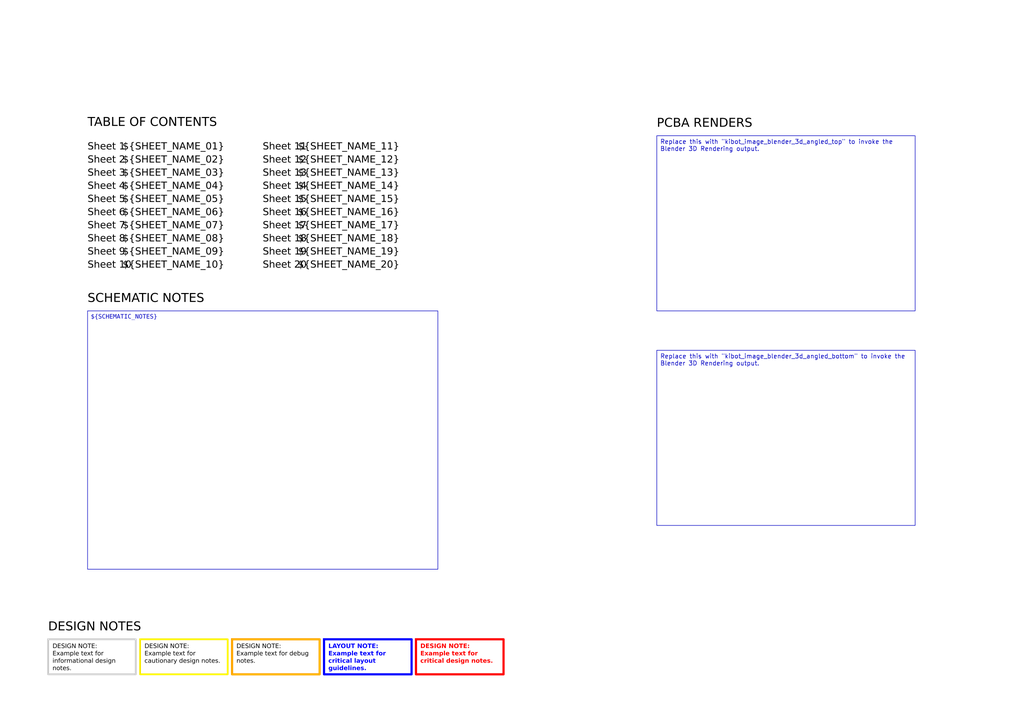
<source format=kicad_sch>
(kicad_sch
	(version 20250114)
	(generator "eeschema")
	(generator_version "9.0")
	(uuid "8bfb0b6c-9e3a-4761-bc1e-4eb40915aa0b")
	(paper "A4")
	(title_block
		(title "Title Page")
		(date "${RELEASE_DATE}")
		(rev "${REVISION}")
		(company "${COMPANY}")
	)
	(lib_symbols)
	(text "${SHEET_NAME_11}"
		(exclude_from_sim no)
		(at 86.36 44.45 0)
		(effects
			(font
				(face "Arial Narrow")
				(size 2.032 2.032)
				(color 0 0 0 1)
			)
			(justify left bottom)
			(href "#11")
		)
		(uuid "07b17941-5203-45fd-9bf5-869029f2918b")
	)
	(text "Sheet 20"
		(exclude_from_sim no)
		(at 76.2 78.74 0)
		(effects
			(font
				(face "Arial Narrow")
				(size 2.032 2.032)
				(color 0 0 0 1)
			)
			(justify left bottom)
			(href "#20")
		)
		(uuid "14b92651-4c98-49cc-b701-061efd650be6")
	)
	(text "${SHEET_NAME_10}"
		(exclude_from_sim no)
		(at 35.56 78.74 0)
		(effects
			(font
				(face "Arial Narrow")
				(size 2.032 2.032)
				(color 0 0 0 1)
			)
			(justify left bottom)
			(href "#10")
		)
		(uuid "16a2336d-90de-4e2f-93d8-21e2703f0a5e")
	)
	(text "Sheet 4"
		(exclude_from_sim no)
		(at 25.4 55.88 0)
		(effects
			(font
				(face "Arial Narrow")
				(size 2.032 2.032)
				(color 0 0 0 1)
			)
			(justify left bottom)
			(href "#4")
		)
		(uuid "1a1df999-6f42-488d-9515-537e1d9ec823")
	)
	(text "DESIGN NOTES"
		(exclude_from_sim no)
		(at 13.97 184.15 0)
		(effects
			(font
				(face "Arial Narrow")
				(size 2.54 2.54)
				(color 0 0 0 1)
			)
			(justify left bottom)
		)
		(uuid "1d4a31e9-3e9d-49f9-ab05-35cee528d5af")
	)
	(text "Sheet 18"
		(exclude_from_sim no)
		(at 76.2 71.12 0)
		(effects
			(font
				(face "Arial Narrow")
				(size 2.032 2.032)
				(color 0 0 0 1)
			)
			(justify left bottom)
			(href "#18")
		)
		(uuid "22d7f7b5-df2c-4cdd-8b4a-5b989d21376c")
	)
	(text "${SHEET_NAME_18}"
		(exclude_from_sim no)
		(at 86.36 71.12 0)
		(effects
			(font
				(face "Arial Narrow")
				(size 2.032 2.032)
				(color 0 0 0 1)
			)
			(justify left bottom)
			(href "#18")
		)
		(uuid "25659fbe-5282-4a29-815e-3ef2e27bcd58")
	)
	(text "${SHEET_NAME_08}"
		(exclude_from_sim no)
		(at 35.56 71.12 0)
		(effects
			(font
				(face "Arial Narrow")
				(size 2.032 2.032)
				(color 0 0 0 1)
			)
			(justify left bottom)
			(href "#8")
		)
		(uuid "2bf644fa-1f52-4c60-863e-29b18d4919ec")
	)
	(text "${SHEET_NAME_17}"
		(exclude_from_sim no)
		(at 86.36 67.31 0)
		(effects
			(font
				(face "Arial Narrow")
				(size 2.032 2.032)
				(color 0 0 0 1)
			)
			(justify left bottom)
			(href "#17")
		)
		(uuid "34d21295-3fbb-4e3d-97b2-14e1ffce8dd2")
	)
	(text "Sheet 19"
		(exclude_from_sim no)
		(at 76.2 74.93 0)
		(effects
			(font
				(face "Arial Narrow")
				(size 2.032 2.032)
				(color 0 0 0 1)
			)
			(justify left bottom)
			(href "#19")
		)
		(uuid "4787629f-351c-47c8-840d-4ba3fdfe9b9a")
	)
	(text "Sheet 16"
		(exclude_from_sim no)
		(at 76.2 63.5 0)
		(effects
			(font
				(face "Arial Narrow")
				(size 2.032 2.032)
				(color 0 0 0 1)
			)
			(justify left bottom)
			(href "#16")
		)
		(uuid "4d9bda3e-709f-4d72-9628-687c72e84a07")
	)
	(text "${SHEET_NAME_14}"
		(exclude_from_sim no)
		(at 86.36 55.88 0)
		(effects
			(font
				(face "Arial Narrow")
				(size 2.032 2.032)
				(color 0 0 0 1)
			)
			(justify left bottom)
			(href "#14")
		)
		(uuid "5daeb444-87e9-4c99-984f-34b2d16949ee")
	)
	(text "TABLE OF CONTENTS"
		(exclude_from_sim no)
		(at 25.4 37.846 0)
		(effects
			(font
				(face "Arial Narrow")
				(size 2.54 2.54)
				(color 0 0 0 1)
			)
			(justify left bottom)
		)
		(uuid "64e82ea8-c833-47b2-952c-20433a984005")
	)
	(text "Sheet 11"
		(exclude_from_sim no)
		(at 76.2 44.45 0)
		(effects
			(font
				(face "Arial Narrow")
				(size 2.032 2.032)
				(color 0 0 0 1)
			)
			(justify left bottom)
			(href "#11")
		)
		(uuid "69ffe358-203f-447c-bb7a-dfd8b5952bb2")
	)
	(text "SCHEMATIC NOTES"
		(exclude_from_sim no)
		(at 25.4 88.9 0)
		(effects
			(font
				(face "Arial Narrow")
				(size 2.54 2.54)
				(color 0 0 0 1)
			)
			(justify left bottom)
		)
		(uuid "6b4c1c9c-5583-4506-a856-7585e964a9aa")
	)
	(text "Sheet 9"
		(exclude_from_sim no)
		(at 25.4 74.93 0)
		(effects
			(font
				(face "Arial Narrow")
				(size 2.032 2.032)
				(color 0 0 0 1)
			)
			(justify left bottom)
			(href "#9")
		)
		(uuid "6caf5434-4a54-43a2-ba2e-6f2d9dc3d48c")
	)
	(text "${SHEET_NAME_05}"
		(exclude_from_sim no)
		(at 35.56 59.69 0)
		(effects
			(font
				(face "Arial Narrow")
				(size 2.032 2.032)
				(color 0 0 0 1)
			)
			(justify left bottom)
			(href "#5")
		)
		(uuid "771adef3-abde-471a-b781-f095d5eb34c9")
	)
	(text "${SHEET_NAME_15}"
		(exclude_from_sim no)
		(at 86.36 59.69 0)
		(effects
			(font
				(face "Arial Narrow")
				(size 2.032 2.032)
				(color 0 0 0 1)
			)
			(justify left bottom)
			(href "#15")
		)
		(uuid "788e141e-7d17-49b0-9da0-ef00b74f2c7d")
	)
	(text "${SHEET_NAME_20}"
		(exclude_from_sim no)
		(at 86.36 78.74 0)
		(effects
			(font
				(face "Arial Narrow")
				(size 2.032 2.032)
				(color 0 0 0 1)
			)
			(justify left bottom)
			(href "#20")
		)
		(uuid "7fca47ab-c5ff-471a-9cc1-7c585b8ebb88")
	)
	(text "Sheet 17"
		(exclude_from_sim no)
		(at 76.2 67.31 0)
		(effects
			(font
				(face "Arial Narrow")
				(size 2.032 2.032)
				(color 0 0 0 1)
			)
			(justify left bottom)
			(href "#17")
		)
		(uuid "8142fe45-a43b-47f1-bd73-436da691ebb3")
	)
	(text "${SHEET_NAME_12}"
		(exclude_from_sim no)
		(at 86.36 48.26 0)
		(effects
			(font
				(face "Arial Narrow")
				(size 2.032 2.032)
				(color 0 0 0 1)
			)
			(justify left bottom)
			(href "#12")
		)
		(uuid "82c1cb62-b337-4c34-abc1-d317a89265b1")
	)
	(text "${SHEET_NAME_02}"
		(exclude_from_sim no)
		(at 35.56 48.26 0)
		(effects
			(font
				(face "Arial Narrow")
				(size 2.032 2.032)
				(color 0 0 0 1)
			)
			(justify left bottom)
			(href "#2")
		)
		(uuid "848876e8-0ba0-4894-9878-40959698a72e")
	)
	(text "${SHEET_NAME_13}"
		(exclude_from_sim no)
		(at 86.36 52.07 0)
		(effects
			(font
				(face "Arial Narrow")
				(size 2.032 2.032)
				(color 0 0 0 1)
			)
			(justify left bottom)
			(href "#13")
		)
		(uuid "857f2374-4c93-4669-8525-a7317b1686c6")
	)
	(text "${SHEET_NAME_04}"
		(exclude_from_sim no)
		(at 35.56 55.88 0)
		(effects
			(font
				(face "Arial Narrow")
				(size 2.032 2.032)
				(color 0 0 0 1)
			)
			(justify left bottom)
			(href "#4")
		)
		(uuid "8db3ec72-d092-4102-a408-0032fcd7d392")
	)
	(text "Sheet 3"
		(exclude_from_sim no)
		(at 25.4 52.07 0)
		(effects
			(font
				(face "Arial Narrow")
				(size 2.032 2.032)
				(color 0 0 0 1)
			)
			(justify left bottom)
			(href "#3")
		)
		(uuid "9312db9f-86cf-46f5-a5d1-9cc6a82364a9")
	)
	(text "Sheet 8"
		(exclude_from_sim no)
		(at 25.4 71.12 0)
		(effects
			(font
				(face "Arial Narrow")
				(size 2.032 2.032)
				(color 0 0 0 1)
			)
			(justify left bottom)
			(href "#8")
		)
		(uuid "9fb2f352-41fa-4938-9dd5-8313ea8f61da")
	)
	(text "${SHEET_NAME_16}"
		(exclude_from_sim no)
		(at 86.36 63.5 0)
		(effects
			(font
				(face "Arial Narrow")
				(size 2.032 2.032)
				(color 0 0 0 1)
			)
			(justify left bottom)
			(href "#16")
		)
		(uuid "a020e46d-8225-4e01-bb22-f18e0b2294b1")
	)
	(text "Sheet 10"
		(exclude_from_sim no)
		(at 25.4 78.74 0)
		(effects
			(font
				(face "Arial Narrow")
				(size 2.032 2.032)
				(color 0 0 0 1)
			)
			(justify left bottom)
			(href "#10")
		)
		(uuid "a4b2c8fb-8ce6-4c96-8e0c-ac777ef0bf65")
	)
	(text "Sheet 13"
		(exclude_from_sim no)
		(at 76.2 52.07 0)
		(effects
			(font
				(face "Arial Narrow")
				(size 2.032 2.032)
				(color 0 0 0 1)
			)
			(justify left bottom)
			(href "#13")
		)
		(uuid "b7f57fe6-a570-4b9d-8437-17c782ced604")
	)
	(text "Sheet 12"
		(exclude_from_sim no)
		(at 76.2 48.26 0)
		(effects
			(font
				(face "Arial Narrow")
				(size 2.032 2.032)
				(color 0 0 0 1)
			)
			(justify left bottom)
			(href "#12")
		)
		(uuid "b9321e4f-7dfa-4600-9dd7-c7ced232f433")
	)
	(text "${SHEET_NAME_01}"
		(exclude_from_sim no)
		(at 35.56 44.45 0)
		(effects
			(font
				(face "Arial Narrow")
				(size 2.032 2.032)
				(color 0 0 0 1)
			)
			(justify left bottom)
			(href "#1")
		)
		(uuid "c4fe9a96-20bc-4df3-8d76-4ccf5c21d47c")
	)
	(text "${SHEET_NAME_19}"
		(exclude_from_sim no)
		(at 86.36 74.93 0)
		(effects
			(font
				(face "Arial Narrow")
				(size 2.032 2.032)
				(color 0 0 0 1)
			)
			(justify left bottom)
			(href "#19")
		)
		(uuid "c6a94c62-f060-4037-84c7-29538e6dd3f1")
	)
	(text "Sheet 5"
		(exclude_from_sim no)
		(at 25.4 59.69 0)
		(effects
			(font
				(face "Arial Narrow")
				(size 2.032 2.032)
				(color 0 0 0 1)
			)
			(justify left bottom)
			(href "#5")
		)
		(uuid "c7bd7eba-ff68-43dd-bb8c-04c1fbc87c75")
	)
	(text "Sheet 14"
		(exclude_from_sim no)
		(at 76.2 55.88 0)
		(effects
			(font
				(face "Arial Narrow")
				(size 2.032 2.032)
				(color 0 0 0 1)
			)
			(justify left bottom)
			(href "#14")
		)
		(uuid "cd1581af-43a2-4cd2-bf9a-455991f26447")
	)
	(text "${SHEET_NAME_03}"
		(exclude_from_sim no)
		(at 35.56 52.07 0)
		(effects
			(font
				(face "Arial Narrow")
				(size 2.032 2.032)
				(color 0 0 0 1)
			)
			(justify left bottom)
			(href "#3")
		)
		(uuid "d10cf4e6-afe0-43c1-97c0-c5acca355fbe")
	)
	(text "${SHEET_NAME_09}"
		(exclude_from_sim no)
		(at 35.56 74.93 0)
		(effects
			(font
				(face "Arial Narrow")
				(size 2.032 2.032)
				(color 0 0 0 1)
			)
			(justify left bottom)
			(href "#9")
		)
		(uuid "d3790e5a-7038-4264-8273-f5956b92270a")
	)
	(text "PCBA RENDERS"
		(exclude_from_sim no)
		(at 190.5 38.1 0)
		(effects
			(font
				(face "Arial Narrow")
				(size 2.54 2.54)
				(color 0 0 0 1)
			)
			(justify left bottom)
		)
		(uuid "dc47b26e-b684-4cdc-9da4-1d2f6961c536")
	)
	(text "Sheet 7"
		(exclude_from_sim no)
		(at 25.4 67.31 0)
		(effects
			(font
				(face "Arial Narrow")
				(size 2.032 2.032)
				(color 0 0 0 1)
			)
			(justify left bottom)
			(href "#7")
		)
		(uuid "e03f3108-e6c3-4dbc-8263-8eec0b861390")
	)
	(text "Sheet 2"
		(exclude_from_sim no)
		(at 25.4 48.26 0)
		(effects
			(font
				(face "Arial Narrow")
				(size 2.032 2.032)
				(color 0 0 0 1)
			)
			(justify left bottom)
			(href "#2")
		)
		(uuid "e5f9b89b-997c-4b41-87eb-506c6f57ff2a")
	)
	(text "${SHEET_NAME_06}"
		(exclude_from_sim no)
		(at 35.56 63.5 0)
		(effects
			(font
				(face "Arial Narrow")
				(size 2.032 2.032)
				(color 0 0 0 1)
			)
			(justify left bottom)
			(href "#6")
		)
		(uuid "e8343913-ebb3-4168-b13e-0b5990f1b749")
	)
	(text "Sheet 1"
		(exclude_from_sim no)
		(at 25.4 44.45 0)
		(effects
			(font
				(face "Arial Narrow")
				(size 2.032 2.032)
				(color 0 0 0 1)
			)
			(justify left bottom)
			(href "#1")
		)
		(uuid "e838d875-06da-4fe1-92a6-f67318693045")
	)
	(text "Sheet 15"
		(exclude_from_sim no)
		(at 76.2 59.69 0)
		(effects
			(font
				(face "Arial Narrow")
				(size 2.032 2.032)
				(color 0 0 0 1)
			)
			(justify left bottom)
			(href "#15")
		)
		(uuid "ea3886dc-5d3c-4468-855f-a2cb6b276128")
	)
	(text "Sheet 6"
		(exclude_from_sim no)
		(at 25.4 63.5 0)
		(effects
			(font
				(face "Arial Narrow")
				(size 2.032 2.032)
				(color 0 0 0 1)
			)
			(justify left bottom)
			(href "#6")
		)
		(uuid "f94e26f5-5181-4526-932c-fef33ad3dbf5")
	)
	(text "${SHEET_NAME_07}"
		(exclude_from_sim no)
		(at 35.56 67.31 0)
		(effects
			(font
				(face "Arial Narrow")
				(size 2.032 2.032)
				(color 0 0 0 1)
			)
			(justify left bottom)
			(href "#7")
		)
		(uuid "fd9fe035-5933-4166-bdf5-daf42a1a401a")
	)
	(text_box "Replace this with \"kibot_image_blender_3d_angled_top\" to invoke the Blender 3D Rendering output."
		(exclude_from_sim no)
		(at 190.5 39.37 0)
		(size 74.93 50.8)
		(margins 0.9525 0.9525 0.9525 0.9525)
		(stroke
			(width 0)
			(type solid)
		)
		(fill
			(type none)
		)
		(effects
			(font
				(size 1.27 1.27)
			)
			(justify left top)
		)
		(uuid "5767a21c-ea5b-42e0-9141-921c37492c0d")
	)
	(text_box "DESIGN NOTE:\nExample text for debug notes."
		(exclude_from_sim no)
		(at 67.31 185.42 0)
		(size 25.4 10.16)
		(margins 1.27 1.27 1.27 1.27)
		(stroke
			(width 0.635)
			(type solid)
			(color 255 165 0 1)
		)
		(fill
			(type none)
		)
		(effects
			(font
				(face "Arial")
				(size 1.27 1.27)
				(color 0 0 0 1)
			)
			(justify left top)
		)
		(uuid "7804ab3d-3354-43de-a859-68cd8b155d7d")
	)
	(text_box "${SCHEMATIC_NOTES}"
		(exclude_from_sim no)
		(at 25.4 90.17 0)
		(size 101.6 74.93)
		(margins 0.9525 0.9525 0.9525 0.9525)
		(stroke
			(width 0)
			(type solid)
		)
		(fill
			(type none)
		)
		(effects
			(font
				(face "Inconsolata")
				(size 1.27 1.27)
				(thickness 0.254)
			)
			(justify left top)
		)
		(uuid "7adab115-8568-4a73-9aed-e42ca8b4873b")
	)
	(text_box "DESIGN NOTE:\nExample text for critical design notes."
		(exclude_from_sim no)
		(at 120.65 185.42 0)
		(size 25.4 10.16)
		(margins 1.27 1.27 1.27 1.27)
		(stroke
			(width 0.635)
			(type solid)
			(color 255 0 0 1)
		)
		(fill
			(type none)
		)
		(effects
			(font
				(face "Arial")
				(size 1.27 1.27)
				(thickness 0.4)
				(bold yes)
				(color 255 0 0 1)
			)
			(justify left top)
		)
		(uuid "93934827-2fe7-456a-aaa9-350926ccc3cf")
	)
	(text_box "DESIGN NOTE:\nExample text for cautionary design notes."
		(exclude_from_sim no)
		(at 40.64 185.42 0)
		(size 25.4 10.16)
		(margins 1.27 1.27 1.27 1.27)
		(stroke
			(width 0.508)
			(type solid)
			(color 250 236 0 1)
		)
		(fill
			(type none)
		)
		(effects
			(font
				(face "Arial")
				(size 1.27 1.27)
				(color 0 0 0 1)
			)
			(justify left top)
		)
		(uuid "b25ebab3-7089-45e6-b13e-efd73a0ad216")
	)
	(text_box "Replace this with \"kibot_image_blender_3d_angled_bottom\" to invoke the Blender 3D Rendering output."
		(exclude_from_sim no)
		(at 190.5 101.6 0)
		(size 74.93 50.8)
		(margins 0.9525 0.9525 0.9525 0.9525)
		(stroke
			(width 0)
			(type solid)
		)
		(fill
			(type none)
		)
		(effects
			(font
				(size 1.27 1.27)
			)
			(justify left top)
		)
		(uuid "b9b2a7ca-498c-4ac1-9922-a80432e07c54")
	)
	(text_box "DESIGN NOTE:\nExample text for informational design notes."
		(exclude_from_sim no)
		(at 13.97 185.42 0)
		(size 25.4 10.16)
		(margins 1.27 1.27 1.27 1.27)
		(stroke
			(width 0.508)
			(type solid)
			(color 200 200 200 1)
		)
		(fill
			(type none)
		)
		(effects
			(font
				(face "Arial")
				(size 1.27 1.27)
				(color 0 0 0 1)
			)
			(justify left top)
		)
		(uuid "da2d92ef-76df-4dc4-be35-0543aefd4b3d")
	)
	(text_box "LAYOUT NOTE:\nExample text for critical layout guidelines."
		(exclude_from_sim no)
		(at 93.98 185.42 0)
		(size 25.4 10.16)
		(margins 1.27 1.27 1.27 1.27)
		(stroke
			(width 0.635)
			(type solid)
			(color 0 0 255 1)
		)
		(fill
			(type none)
		)
		(effects
			(font
				(face "Arial")
				(size 1.27 1.27)
				(thickness 0.4)
				(bold yes)
				(color 0 0 255 1)
			)
			(justify left top)
		)
		(uuid "e540faed-aec1-4b43-a76c-3bd1fdf6daac")
	)
	(sheet
		(at 364.49 307.34)
		(size 27.94 7.62)
		(exclude_from_sim no)
		(in_bom yes)
		(on_board yes)
		(dnp no)
		(fields_autoplaced yes)
		(stroke
			(width 0.1524)
			(type solid)
		)
		(fill
			(color 0 0 0 0.0000)
		)
		(uuid "20edd200-9383-4d87-bd58-f882adb4f112")
		(property "Sheetname" "Parts List"
			(at 364.49 306.6284 0)
			(effects
				(font
					(size 1.27 1.27)
				)
				(justify left bottom)
			)
		)
		(property "Sheetfile" "sheets/Parts_List.kicad_sch"
			(at 364.49 315.5446 0)
			(effects
				(font
					(size 1.27 1.27)
				)
				(justify left top)
			)
		)
		(instances
			(project "Test_5"
				(path "/8bfb0b6c-9e3a-4761-bc1e-4eb40915aa0b"
					(page "7")
				)
			)
		)
	)
	(sheet
		(at 280.67 307.34)
		(size 27.94 7.62)
		(exclude_from_sim no)
		(in_bom yes)
		(on_board yes)
		(dnp no)
		(fields_autoplaced yes)
		(stroke
			(width 0.1524)
			(type solid)
		)
		(fill
			(color 0 0 0 0.0000)
		)
		(uuid "28ad8293-baaf-4ee1-8056-ad34096542a0")
		(property "Sheetname" "Block Diagram"
			(at 280.67 306.6284 0)
			(effects
				(font
					(size 1.27 1.27)
				)
				(justify left bottom)
			)
		)
		(property "Sheetfile" "sheets/Block_Diagram.kicad_sch"
			(at 280.67 315.5446 0)
			(effects
				(font
					(size 1.27 1.27)
				)
				(justify left top)
			)
		)
		(instances
			(project "Test_5"
				(path "/8bfb0b6c-9e3a-4761-bc1e-4eb40915aa0b"
					(page "2")
				)
			)
		)
	)
	(sheet
		(at 322.58 307.34)
		(size 27.94 7.62)
		(exclude_from_sim no)
		(in_bom yes)
		(on_board yes)
		(dnp no)
		(fields_autoplaced yes)
		(stroke
			(width 0.1524)
			(type solid)
		)
		(fill
			(color 0 0 0 0.0000)
		)
		(uuid "f6afef58-d841-4ad6-baf9-746b0a35f011")
		(property "Sheetname" "Project Architecture"
			(at 322.58 306.6284 0)
			(effects
				(font
					(size 1.27 1.27)
				)
				(justify left bottom)
			)
		)
		(property "Sheetfile" "sheets/Architecture.kicad_sch"
			(at 322.58 315.5446 0)
			(effects
				(font
					(size 1.27 1.27)
				)
				(justify left top)
			)
		)
		(instances
			(project "Test_5"
				(path "/8bfb0b6c-9e3a-4761-bc1e-4eb40915aa0b"
					(page "3")
				)
			)
		)
	)
	(sheet_instances
		(path "/"
			(page "1")
		)
	)
	(embedded_fonts no)
)

</source>
